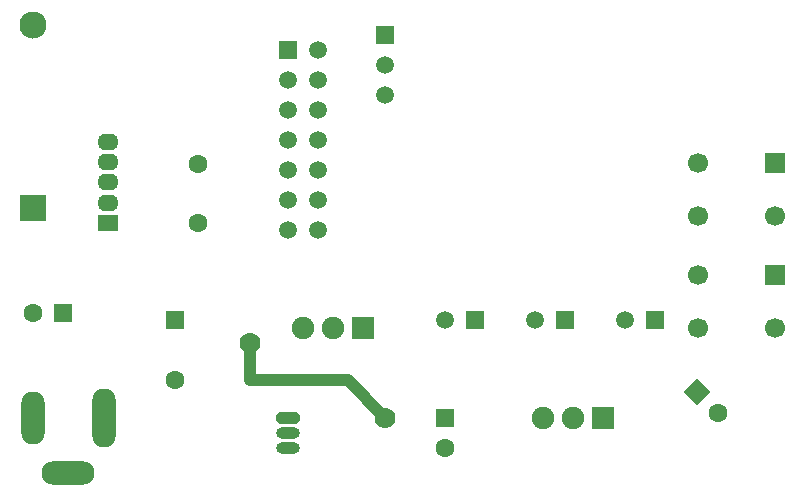
<source format=gbr>
G04 DipTrace 3.2.0.1*
G04 Top.gbr*
%MOIN*%
G04 #@! TF.FileFunction,Copper,L1,Top*
G04 #@! TF.Part,Single*
%AMOUTLINE0*
4,1,4,
0.0,-0.044542,
-0.044542,0.0,
0.0,0.044542,
0.044542,0.0,
0.0,-0.044542,
0*%
%AMOUTLINE3*
4,1,8,
-0.029528,0.019685,
-0.03937,0.009843,
-0.03937,-0.009843,
-0.029528,-0.019685,
0.029528,-0.019685,
0.03937,-0.009843,
0.03937,0.009843,
0.029528,0.019685,
-0.029528,0.019685,
0*%
G04 #@! TA.AperFunction,Conductor*
%ADD14C,0.04*%
G04 #@! TA.AperFunction,ComponentPad*
%ADD23R,0.062992X0.062992*%
%ADD24C,0.062992*%
%ADD25R,0.090551X0.090551*%
%ADD26C,0.090551*%
%ADD27C,0.059055*%
%ADD28R,0.059055X0.059055*%
%ADD29O,0.07874X0.177165*%
%ADD30O,0.07874X0.19685*%
%ADD31O,0.177165X0.07874*%
%ADD32C,0.062992*%
%ADD33R,0.074803X0.074803*%
%ADD34C,0.074803*%
%ADD35O,0.07874X0.03937*%
%ADD38R,0.066929X0.066929*%
%ADD39C,0.066929*%
%ADD42R,0.070866X0.055118*%
%ADD43O,0.070866X0.055118*%
G04 #@! TA.AperFunction,ViaPad*
%ADD44C,0.07*%
G04 #@! TA.AperFunction,ComponentPad*
%ADD86OUTLINE0*%
%ADD89OUTLINE3*%
%FSLAX26Y26*%
G04*
G70*
G90*
G75*
G01*
G04 Top*
%LPD*%
X1243701Y943701D2*
D14*
Y818701D1*
X1568701D1*
X1693701Y693701D1*
D44*
X1243701Y943701D3*
X1693701Y693701D3*
D23*
X618701Y1043701D3*
D24*
X518701D3*
X993701Y818701D3*
D23*
Y1018701D3*
X1893701Y693701D3*
D24*
Y593701D3*
D86*
X2733345Y779056D3*
D24*
X2804055Y708345D3*
D25*
X518701Y1393701D3*
D26*
Y2001969D3*
D27*
X1893701Y1018701D3*
D28*
X1993701D3*
D27*
X2493701D3*
D28*
X2593701D3*
D27*
X2193701D3*
D28*
X2293701D3*
X1368701Y1918701D3*
D27*
X1468701D3*
X1368701Y1818701D3*
X1468701D3*
X1368701Y1718701D3*
X1468701D3*
X1368701Y1618701D3*
X1468701D3*
X1368701Y1518701D3*
X1468701D3*
X1368701Y1418701D3*
X1468701D3*
X1368701Y1318701D3*
X1468701D3*
D29*
X518701Y693701D3*
D30*
X754921D3*
D31*
X636811Y508661D3*
D28*
X1693701Y1968701D3*
D27*
Y1868701D3*
Y1768701D3*
D32*
X1068701Y1343701D3*
Y1540551D3*
D33*
X1618701Y993701D3*
D34*
X1518701D3*
X1418701D3*
D89*
X1368701Y693701D3*
D35*
Y643701D3*
Y593701D3*
D38*
X2993701Y1168701D3*
D39*
Y991535D3*
X2737795D3*
Y1168701D3*
D38*
X2993701Y1543701D3*
D39*
Y1366535D3*
X2737795D3*
Y1543701D3*
D42*
X768701Y1343701D3*
D43*
Y1411024D3*
Y1478346D3*
Y1545669D3*
Y1612992D3*
D33*
X2418701Y693701D3*
D34*
X2318701D3*
X2218701D3*
M02*

</source>
